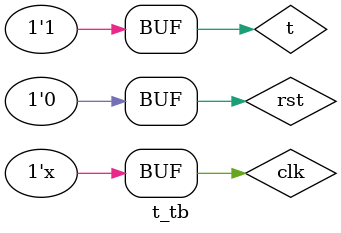
<source format=v>
`timescale 1ns / 1ps


module t_tb;
reg t,clk,rst;
wire [3:0] q,qb;

t_count uut(.clock(clk),.reset(rst),.t(t),.q(q),.qb(qb));

initial begin
clk=1'b1;
end

always #10 clk=~clk;

initial
 begin
    rst = 1'b1;t=1'b1;
    #20 rst = 1'b0;
    
 end
endmodule

</source>
